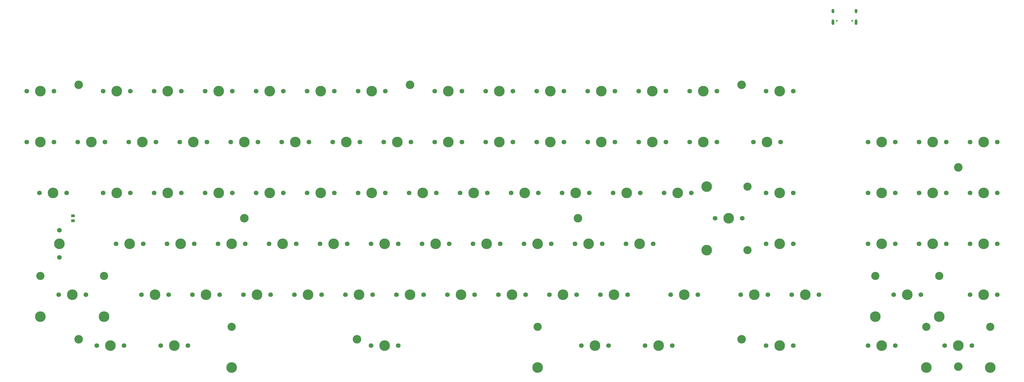
<source format=gts>
%TF.GenerationSoftware,KiCad,Pcbnew,5.1.9*%
%TF.CreationDate,2022-11-23T09:59:22-05:00*%
%TF.ProjectId,EKS1000-V4,454b5331-3030-4302-9d56-342e6b696361,rev?*%
%TF.SameCoordinates,Original*%
%TF.FileFunction,Soldermask,Top*%
%TF.FilePolarity,Negative*%
%FSLAX46Y46*%
G04 Gerber Fmt 4.6, Leading zero omitted, Abs format (unit mm)*
G04 Created by KiCad (PCBNEW 5.1.9) date 2022-11-23 09:59:22*
%MOMM*%
%LPD*%
G01*
G04 APERTURE LIST*
%ADD10C,3.987800*%
%ADD11C,1.750000*%
%ADD12C,3.200000*%
%ADD13O,1.000000X1.600000*%
%ADD14C,0.650000*%
%ADD15O,1.000000X2.100000*%
%ADD16C,3.048000*%
G04 APERTURE END LIST*
D10*
%TO.C,MX78*%
X323850000Y-28575000D03*
D11*
X318770000Y-28575000D03*
X328930000Y-28575000D03*
%TD*%
D12*
%TO.C,M10*%
X352425000Y-112712500D03*
%TD*%
%TO.C,M3*%
X85725000Y-57150000D03*
%TD*%
%TO.C,M5*%
X352425000Y-38100000D03*
%TD*%
%TO.C,M2*%
X147637500Y-7143750D03*
%TD*%
%TO.C,M8*%
X210343750Y-57150000D03*
%TD*%
%TO.C,M7*%
X127793750Y-102393750D03*
%TD*%
%TO.C,M9*%
X271462500Y-102393750D03*
%TD*%
%TO.C,M6*%
X23812500Y-102393750D03*
%TD*%
D13*
%TO.C,J1*%
X314260198Y20417500D03*
D14*
X312830198Y16767500D03*
D13*
X305620198Y20417500D03*
D14*
X307050198Y16767500D03*
D15*
X305620198Y16237500D03*
X314260198Y16237500D03*
%TD*%
D11*
%TO.C,MX4*%
X16668750Y-61595000D03*
X16668750Y-71755000D03*
D10*
X16668750Y-66675000D03*
%TD*%
D12*
%TO.C,M4*%
X271462500Y-7143750D03*
%TD*%
%TO.C,M1*%
X23812500Y-7143750D03*
%TD*%
D10*
%TO.C,MX73*%
X285750000Y-47625000D03*
D11*
X280670000Y-47625000D03*
X290830000Y-47625000D03*
%TD*%
D10*
%TO.C,MX70*%
X258445000Y-69056250D03*
X258445000Y-45243750D03*
D16*
X273685000Y-69056250D03*
X273685000Y-45243750D03*
D11*
X271780000Y-57150000D03*
X261620000Y-57150000D03*
D10*
X266700000Y-57150000D03*
%TD*%
%TO.C,MX41*%
X157162500Y-66675000D03*
D11*
X152082500Y-66675000D03*
X162242500Y-66675000D03*
%TD*%
D10*
%TO.C,MX6*%
X35718750Y-104775000D03*
D11*
X30638750Y-104775000D03*
X40798750Y-104775000D03*
%TD*%
%TO.C,R8*%
G36*
G01*
X21266998Y-57550000D02*
X22167002Y-57550000D01*
G75*
G02*
X22417000Y-57799998I0J-249998D01*
G01*
X22417000Y-58325002D01*
G75*
G02*
X22167002Y-58575000I-249998J0D01*
G01*
X21266998Y-58575000D01*
G75*
G02*
X21017000Y-58325002I0J249998D01*
G01*
X21017000Y-57799998D01*
G75*
G02*
X21266998Y-57550000I249998J0D01*
G01*
G37*
G36*
G01*
X21266998Y-55725000D02*
X22167002Y-55725000D01*
G75*
G02*
X22417000Y-55974998I0J-249998D01*
G01*
X22417000Y-56500002D01*
G75*
G02*
X22167002Y-56750000I-249998J0D01*
G01*
X21266998Y-56750000D01*
G75*
G02*
X21017000Y-56500002I0J249998D01*
G01*
X21017000Y-55974998D01*
G75*
G02*
X21266998Y-55725000I249998J0D01*
G01*
G37*
%TD*%
D10*
%TO.C,MX90*%
X352425000Y-104775000D03*
D11*
X347345000Y-104775000D03*
X357505000Y-104775000D03*
D16*
X340518750Y-97790000D03*
X364331250Y-97790000D03*
D10*
X340518750Y-113030000D03*
X364331250Y-113030000D03*
%TD*%
%TO.C,MX89*%
X361950000Y-85725000D03*
D11*
X356870000Y-85725000D03*
X367030000Y-85725000D03*
%TD*%
D10*
%TO.C,MX88*%
X361950000Y-66675000D03*
D11*
X356870000Y-66675000D03*
X367030000Y-66675000D03*
%TD*%
D10*
%TO.C,MX87*%
X361950000Y-47625000D03*
D11*
X356870000Y-47625000D03*
X367030000Y-47625000D03*
%TD*%
D10*
%TO.C,MX86*%
X361950000Y-28575000D03*
D11*
X356870000Y-28575000D03*
X367030000Y-28575000D03*
%TD*%
D10*
%TO.C,MX85*%
X342900000Y-66675000D03*
D11*
X337820000Y-66675000D03*
X347980000Y-66675000D03*
%TD*%
D10*
%TO.C,MX84*%
X342900000Y-47625000D03*
D11*
X337820000Y-47625000D03*
X347980000Y-47625000D03*
%TD*%
D10*
%TO.C,MX83*%
X342900000Y-28575000D03*
D11*
X337820000Y-28575000D03*
X347980000Y-28575000D03*
%TD*%
D10*
%TO.C,MX82*%
X323850000Y-104775000D03*
D11*
X318770000Y-104775000D03*
X328930000Y-104775000D03*
%TD*%
D10*
%TO.C,MX81*%
X333375000Y-85725000D03*
D11*
X328295000Y-85725000D03*
X338455000Y-85725000D03*
D16*
X321468750Y-78740000D03*
X345281250Y-78740000D03*
D10*
X321468750Y-93980000D03*
X345281250Y-93980000D03*
%TD*%
%TO.C,MX80*%
X323850000Y-66675000D03*
D11*
X318770000Y-66675000D03*
X328930000Y-66675000D03*
%TD*%
D10*
%TO.C,MX79*%
X323850000Y-47625000D03*
D11*
X318770000Y-47625000D03*
X328930000Y-47625000D03*
%TD*%
D10*
%TO.C,MX77*%
X285750000Y-104775000D03*
D11*
X280670000Y-104775000D03*
X290830000Y-104775000D03*
%TD*%
D10*
%TO.C,MX76*%
X295275000Y-85725000D03*
D11*
X290195000Y-85725000D03*
X300355000Y-85725000D03*
%TD*%
D10*
%TO.C,MX75*%
X276225000Y-85725000D03*
D11*
X271145000Y-85725000D03*
X281305000Y-85725000D03*
%TD*%
D10*
%TO.C,MX74*%
X285750000Y-66675000D03*
D11*
X280670000Y-66675000D03*
X290830000Y-66675000D03*
%TD*%
D10*
%TO.C,MX59*%
X240506250Y-104775000D03*
D11*
X235426250Y-104775000D03*
X245586250Y-104775000D03*
%TD*%
D10*
%TO.C,MX64*%
X250031250Y-85725000D03*
D11*
X244951250Y-85725000D03*
X255111250Y-85725000D03*
%TD*%
D10*
%TO.C,MX72*%
X280987500Y-28575000D03*
D11*
X275907500Y-28575000D03*
X286067500Y-28575000D03*
%TD*%
D10*
%TO.C,MX71*%
X285750000Y-9525000D03*
D11*
X280670000Y-9525000D03*
X290830000Y-9525000D03*
%TD*%
D10*
%TO.C,MX53*%
X216693750Y-104775000D03*
D11*
X211613750Y-104775000D03*
X221773750Y-104775000D03*
%TD*%
D10*
%TO.C,MX58*%
X223837500Y-85725000D03*
D11*
X218757500Y-85725000D03*
X228917500Y-85725000D03*
%TD*%
D10*
%TO.C,MX63*%
X233362500Y-66675000D03*
D11*
X228282500Y-66675000D03*
X238442500Y-66675000D03*
%TD*%
D10*
%TO.C,MX67*%
X247650000Y-47625000D03*
D11*
X242570000Y-47625000D03*
X252730000Y-47625000D03*
%TD*%
D10*
%TO.C,MX69*%
X257175000Y-28575000D03*
D11*
X252095000Y-28575000D03*
X262255000Y-28575000D03*
%TD*%
D10*
%TO.C,MX68*%
X257175000Y-9525000D03*
D11*
X252095000Y-9525000D03*
X262255000Y-9525000D03*
%TD*%
D10*
%TO.C,MX52*%
X204787500Y-85725000D03*
D11*
X199707500Y-85725000D03*
X209867500Y-85725000D03*
%TD*%
D10*
%TO.C,MX57*%
X214312500Y-66675000D03*
D11*
X209232500Y-66675000D03*
X219392500Y-66675000D03*
%TD*%
D10*
%TO.C,MX62*%
X228600000Y-47625000D03*
D11*
X223520000Y-47625000D03*
X233680000Y-47625000D03*
%TD*%
D10*
%TO.C,MX66*%
X238125000Y-28575000D03*
D11*
X233045000Y-28575000D03*
X243205000Y-28575000D03*
%TD*%
D10*
%TO.C,MX65*%
X238125000Y-9525000D03*
D11*
X233045000Y-9525000D03*
X243205000Y-9525000D03*
%TD*%
D10*
%TO.C,MX47*%
X185737500Y-85725000D03*
D11*
X180657500Y-85725000D03*
X190817500Y-85725000D03*
%TD*%
D10*
%TO.C,MX51*%
X195262500Y-66675000D03*
D11*
X190182500Y-66675000D03*
X200342500Y-66675000D03*
%TD*%
D10*
%TO.C,MX56*%
X209550000Y-47625000D03*
D11*
X204470000Y-47625000D03*
X214630000Y-47625000D03*
%TD*%
D10*
%TO.C,MX61*%
X219075000Y-28575000D03*
D11*
X213995000Y-28575000D03*
X224155000Y-28575000D03*
%TD*%
D10*
%TO.C,MX60*%
X219075000Y-9525000D03*
D11*
X213995000Y-9525000D03*
X224155000Y-9525000D03*
%TD*%
D10*
%TO.C,MX42*%
X166687500Y-85725000D03*
D11*
X161607500Y-85725000D03*
X171767500Y-85725000D03*
%TD*%
D10*
%TO.C,MX46*%
X176212500Y-66675000D03*
D11*
X171132500Y-66675000D03*
X181292500Y-66675000D03*
%TD*%
D10*
%TO.C,MX50*%
X190500000Y-47625000D03*
D11*
X185420000Y-47625000D03*
X195580000Y-47625000D03*
%TD*%
D10*
%TO.C,MX55*%
X200025000Y-28575000D03*
D11*
X194945000Y-28575000D03*
X205105000Y-28575000D03*
%TD*%
D10*
%TO.C,MX54*%
X200025000Y-9525000D03*
D11*
X194945000Y-9525000D03*
X205105000Y-9525000D03*
%TD*%
D10*
%TO.C,MX45*%
X171450000Y-47625000D03*
D11*
X166370000Y-47625000D03*
X176530000Y-47625000D03*
%TD*%
D10*
%TO.C,MX49*%
X180975000Y-28575000D03*
D11*
X175895000Y-28575000D03*
X186055000Y-28575000D03*
%TD*%
D10*
%TO.C,MX48*%
X180975000Y-9525000D03*
D11*
X175895000Y-9525000D03*
X186055000Y-9525000D03*
%TD*%
D10*
%TO.C,MX44*%
X161925000Y-28575000D03*
D11*
X156845000Y-28575000D03*
X167005000Y-28575000D03*
%TD*%
D10*
%TO.C,MX43*%
X161925000Y-9525000D03*
D11*
X156845000Y-9525000D03*
X167005000Y-9525000D03*
%TD*%
D10*
%TO.C,MX40*%
X152400000Y-47625000D03*
D11*
X147320000Y-47625000D03*
X157480000Y-47625000D03*
%TD*%
D10*
%TO.C,MX39*%
X142875000Y-28575000D03*
D11*
X137795000Y-28575000D03*
X147955000Y-28575000D03*
%TD*%
D10*
%TO.C,MX38*%
X133350000Y-9525000D03*
D11*
X128270000Y-9525000D03*
X138430000Y-9525000D03*
%TD*%
D10*
%TO.C,MX37*%
X147637500Y-85725000D03*
D11*
X142557500Y-85725000D03*
X152717500Y-85725000D03*
%TD*%
D10*
%TO.C,MX36*%
X138112500Y-66675000D03*
D11*
X133032500Y-66675000D03*
X143192500Y-66675000D03*
%TD*%
D10*
%TO.C,MX35*%
X133350000Y-47625000D03*
D11*
X128270000Y-47625000D03*
X138430000Y-47625000D03*
%TD*%
D10*
%TO.C,MX34*%
X123825000Y-28575000D03*
D11*
X118745000Y-28575000D03*
X128905000Y-28575000D03*
%TD*%
D10*
%TO.C,MX33*%
X114300000Y-9525000D03*
D11*
X109220000Y-9525000D03*
X119380000Y-9525000D03*
%TD*%
D10*
%TO.C,MX32*%
X138112500Y-104775000D03*
D11*
X133032500Y-104775000D03*
X143192500Y-104775000D03*
D16*
X80962500Y-97790000D03*
X195262500Y-97790000D03*
D10*
X80962500Y-113030000D03*
X195262500Y-113030000D03*
%TD*%
%TO.C,MX31*%
X128587500Y-85725000D03*
D11*
X123507500Y-85725000D03*
X133667500Y-85725000D03*
%TD*%
D10*
%TO.C,MX30*%
X119062500Y-66675000D03*
D11*
X113982500Y-66675000D03*
X124142500Y-66675000D03*
%TD*%
D10*
%TO.C,MX29*%
X114300000Y-47625000D03*
D11*
X109220000Y-47625000D03*
X119380000Y-47625000D03*
%TD*%
D10*
%TO.C,MX28*%
X104775000Y-28575000D03*
D11*
X99695000Y-28575000D03*
X109855000Y-28575000D03*
%TD*%
D10*
%TO.C,MX27*%
X95250000Y-9525000D03*
D11*
X90170000Y-9525000D03*
X100330000Y-9525000D03*
%TD*%
D10*
%TO.C,MX26*%
X109537500Y-85725000D03*
D11*
X104457500Y-85725000D03*
X114617500Y-85725000D03*
%TD*%
D10*
%TO.C,MX25*%
X100012500Y-66675000D03*
D11*
X94932500Y-66675000D03*
X105092500Y-66675000D03*
%TD*%
D10*
%TO.C,MX24*%
X95250000Y-47625000D03*
D11*
X90170000Y-47625000D03*
X100330000Y-47625000D03*
%TD*%
D10*
%TO.C,MX23*%
X85725000Y-28575000D03*
D11*
X80645000Y-28575000D03*
X90805000Y-28575000D03*
%TD*%
D10*
%TO.C,MX22*%
X76200000Y-9525000D03*
D11*
X71120000Y-9525000D03*
X81280000Y-9525000D03*
%TD*%
D10*
%TO.C,MX21*%
X90487500Y-85725000D03*
D11*
X85407500Y-85725000D03*
X95567500Y-85725000D03*
%TD*%
D10*
%TO.C,MX20*%
X80962500Y-66675000D03*
D11*
X75882500Y-66675000D03*
X86042500Y-66675000D03*
%TD*%
D10*
%TO.C,MX19*%
X76200000Y-47625000D03*
D11*
X71120000Y-47625000D03*
X81280000Y-47625000D03*
%TD*%
D10*
%TO.C,MX18*%
X66675000Y-28575000D03*
D11*
X61595000Y-28575000D03*
X71755000Y-28575000D03*
%TD*%
D10*
%TO.C,MX17*%
X57150000Y-9525000D03*
D11*
X52070000Y-9525000D03*
X62230000Y-9525000D03*
%TD*%
D10*
%TO.C,MX16*%
X71437500Y-85725000D03*
D11*
X66357500Y-85725000D03*
X76517500Y-85725000D03*
%TD*%
D10*
%TO.C,MX15*%
X61912500Y-66675000D03*
D11*
X56832500Y-66675000D03*
X66992500Y-66675000D03*
%TD*%
D10*
%TO.C,MX14*%
X57150000Y-47625000D03*
D11*
X52070000Y-47625000D03*
X62230000Y-47625000D03*
%TD*%
D10*
%TO.C,MX13*%
X47625000Y-28575000D03*
D11*
X42545000Y-28575000D03*
X52705000Y-28575000D03*
%TD*%
D10*
%TO.C,MX12*%
X38100000Y-9525000D03*
D11*
X33020000Y-9525000D03*
X43180000Y-9525000D03*
%TD*%
D10*
%TO.C,MX11*%
X59531250Y-104775000D03*
D11*
X54451250Y-104775000D03*
X64611250Y-104775000D03*
%TD*%
D10*
%TO.C,MX10*%
X52387500Y-85725000D03*
D11*
X47307500Y-85725000D03*
X57467500Y-85725000D03*
%TD*%
D10*
%TO.C,MX9*%
X42862500Y-66675000D03*
D11*
X37782500Y-66675000D03*
X47942500Y-66675000D03*
%TD*%
D10*
%TO.C,MX8*%
X38100000Y-47625000D03*
D11*
X33020000Y-47625000D03*
X43180000Y-47625000D03*
%TD*%
D10*
%TO.C,MX7*%
X28575000Y-28575000D03*
D11*
X23495000Y-28575000D03*
X33655000Y-28575000D03*
%TD*%
D10*
%TO.C,MX5*%
X21431250Y-85725000D03*
D11*
X16351250Y-85725000D03*
X26511250Y-85725000D03*
D16*
X9525000Y-78740000D03*
X33337500Y-78740000D03*
D10*
X9525000Y-93980000D03*
X33337500Y-93980000D03*
%TD*%
%TO.C,MX3*%
X14287500Y-47625000D03*
D11*
X9207500Y-47625000D03*
X19367500Y-47625000D03*
%TD*%
D10*
%TO.C,MX2*%
X9525000Y-28575000D03*
D11*
X4445000Y-28575000D03*
X14605000Y-28575000D03*
%TD*%
D10*
%TO.C,MX1*%
X9525000Y-9525000D03*
D11*
X4445000Y-9525000D03*
X14605000Y-9525000D03*
%TD*%
M02*

</source>
